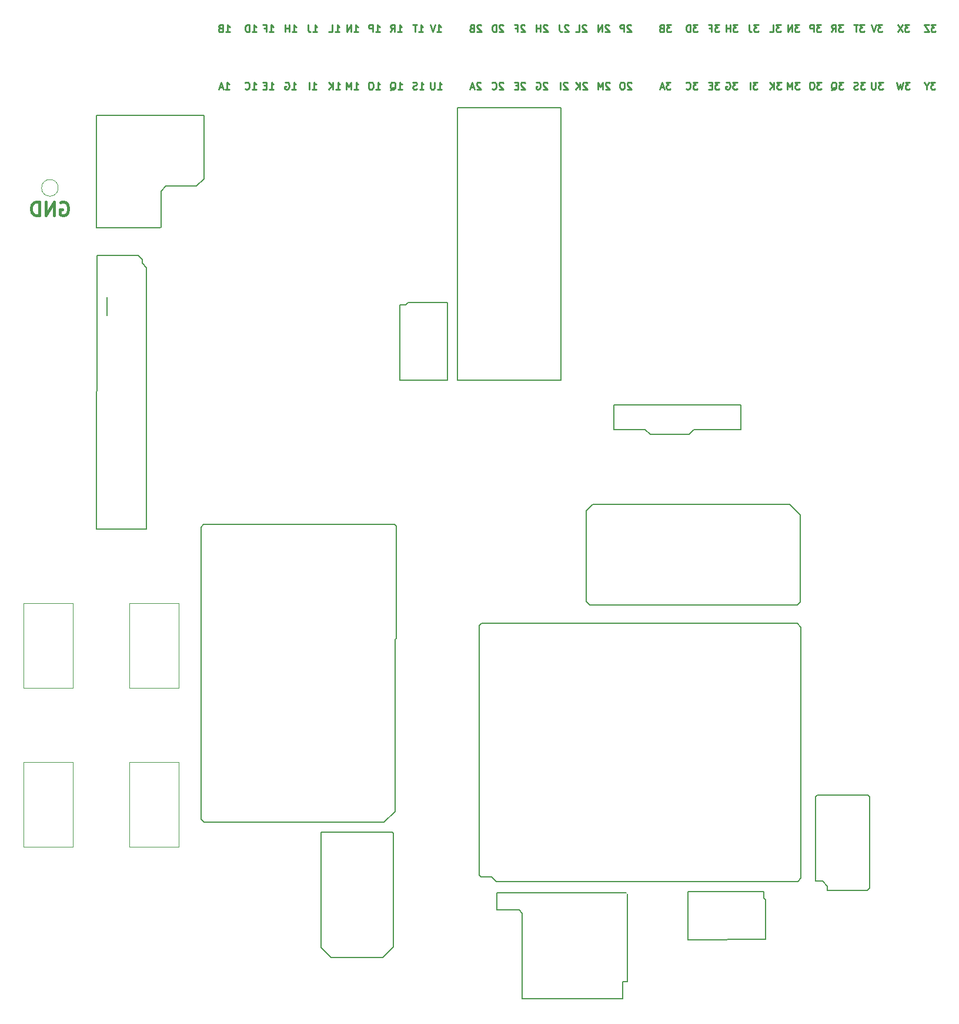
<source format=gbo>
G04 #@! TF.GenerationSoftware,KiCad,Pcbnew,(5.99.0-9713-g2bc22de1a5)*
G04 #@! TF.CreationDate,2021-04-16T09:02:34-04:00*
G04 #@! TF.ProjectId,hellen64_miataNA6_94,68656c6c-656e-4363-945f-6d696174614e,R0.4*
G04 #@! TF.SameCoordinates,PX1406f40PYa852d20*
G04 #@! TF.FileFunction,Legend,Bot*
G04 #@! TF.FilePolarity,Positive*
%FSLAX46Y46*%
G04 Gerber Fmt 4.6, Leading zero omitted, Abs format (unit mm)*
G04 Created by KiCad (PCBNEW (5.99.0-9713-g2bc22de1a5)) date 2021-04-16 09:02:34*
%MOMM*%
%LPD*%
G01*
G04 APERTURE LIST*
%ADD10C,0.223520*%
%ADD11C,0.400000*%
%ADD12C,0.200000*%
%ADD13C,0.120000*%
G04 APERTURE END LIST*
D10*
X39519333Y140985381D02*
X40099904Y140985381D01*
X39809619Y140985381D02*
X39809619Y142001381D01*
X39906380Y141856239D01*
X40003142Y141759477D01*
X40099904Y141711096D01*
X39083904Y141517572D02*
X38745238Y141517572D01*
X38600095Y140985381D02*
X39083904Y140985381D01*
X39083904Y142001381D01*
X38600095Y142001381D01*
X122111666Y150256381D02*
X121482714Y150256381D01*
X121821380Y149869334D01*
X121676238Y149869334D01*
X121579476Y149820953D01*
X121531095Y149772572D01*
X121482714Y149675810D01*
X121482714Y149433905D01*
X121531095Y149337143D01*
X121579476Y149288762D01*
X121676238Y149240381D01*
X121966523Y149240381D01*
X122063285Y149288762D01*
X122111666Y149337143D01*
X120466714Y149240381D02*
X120805380Y149724191D01*
X121047285Y149240381D02*
X121047285Y150256381D01*
X120660238Y150256381D01*
X120563476Y150208000D01*
X120515095Y150159620D01*
X120466714Y150062858D01*
X120466714Y149917715D01*
X120515095Y149820953D01*
X120563476Y149772572D01*
X120660238Y149724191D01*
X121047285Y149724191D01*
X118960857Y142001381D02*
X118331904Y142001381D01*
X118670571Y141614334D01*
X118525428Y141614334D01*
X118428666Y141565953D01*
X118380285Y141517572D01*
X118331904Y141420810D01*
X118331904Y141178905D01*
X118380285Y141082143D01*
X118428666Y141033762D01*
X118525428Y140985381D01*
X118815714Y140985381D01*
X118912476Y141033762D01*
X118960857Y141082143D01*
X117702952Y142001381D02*
X117509428Y142001381D01*
X117412666Y141953000D01*
X117315904Y141856239D01*
X117267523Y141662715D01*
X117267523Y141324048D01*
X117315904Y141130524D01*
X117412666Y141033762D01*
X117509428Y140985381D01*
X117702952Y140985381D01*
X117799714Y141033762D01*
X117896476Y141130524D01*
X117944857Y141324048D01*
X117944857Y141662715D01*
X117896476Y141856239D01*
X117799714Y141953000D01*
X117702952Y142001381D01*
X54831904Y140985381D02*
X55412476Y140985381D01*
X55122190Y140985381D02*
X55122190Y142001381D01*
X55218952Y141856239D01*
X55315714Y141759477D01*
X55412476Y141711096D01*
X54202952Y142001381D02*
X54009428Y142001381D01*
X53912666Y141953000D01*
X53815904Y141856239D01*
X53767523Y141662715D01*
X53767523Y141324048D01*
X53815904Y141130524D01*
X53912666Y141033762D01*
X54009428Y140985381D01*
X54202952Y140985381D01*
X54299714Y141033762D01*
X54396476Y141130524D01*
X54444857Y141324048D01*
X54444857Y141662715D01*
X54396476Y141856239D01*
X54299714Y141953000D01*
X54202952Y142001381D01*
X48995952Y149240381D02*
X49576523Y149240381D01*
X49286238Y149240381D02*
X49286238Y150256381D01*
X49383000Y150111239D01*
X49479761Y150014477D01*
X49576523Y149966096D01*
X48076714Y149240381D02*
X48560523Y149240381D01*
X48560523Y150256381D01*
X109925714Y150256381D02*
X109296761Y150256381D01*
X109635428Y149869334D01*
X109490285Y149869334D01*
X109393523Y149820953D01*
X109345142Y149772572D01*
X109296761Y149675810D01*
X109296761Y149433905D01*
X109345142Y149337143D01*
X109393523Y149288762D01*
X109490285Y149240381D01*
X109780571Y149240381D01*
X109877333Y149288762D01*
X109925714Y149337143D01*
X108571047Y150256381D02*
X108571047Y149530667D01*
X108619428Y149385524D01*
X108716190Y149288762D01*
X108861333Y149240381D01*
X108958095Y149240381D01*
X122135857Y142001381D02*
X121506904Y142001381D01*
X121845571Y141614334D01*
X121700428Y141614334D01*
X121603666Y141565953D01*
X121555285Y141517572D01*
X121506904Y141420810D01*
X121506904Y141178905D01*
X121555285Y141082143D01*
X121603666Y141033762D01*
X121700428Y140985381D01*
X121990714Y140985381D01*
X122087476Y141033762D01*
X122135857Y141082143D01*
X120394142Y140888620D02*
X120490904Y140937000D01*
X120587666Y141033762D01*
X120732809Y141178905D01*
X120829571Y141227286D01*
X120926333Y141227286D01*
X120877952Y140985381D02*
X120974714Y141033762D01*
X121071476Y141130524D01*
X121119857Y141324048D01*
X121119857Y141662715D01*
X121071476Y141856239D01*
X120974714Y141953000D01*
X120877952Y142001381D01*
X120684428Y142001381D01*
X120587666Y141953000D01*
X120490904Y141856239D01*
X120442523Y141662715D01*
X120442523Y141324048D01*
X120490904Y141130524D01*
X120587666Y141033762D01*
X120684428Y140985381D01*
X120877952Y140985381D01*
X37027714Y149240381D02*
X37608285Y149240381D01*
X37318000Y149240381D02*
X37318000Y150256381D01*
X37414761Y150111239D01*
X37511523Y150014477D01*
X37608285Y149966096D01*
X36592285Y149240381D02*
X36592285Y150256381D01*
X36350380Y150256381D01*
X36205238Y150208000D01*
X36108476Y150111239D01*
X36060095Y150014477D01*
X36011714Y149820953D01*
X36011714Y149675810D01*
X36060095Y149482286D01*
X36108476Y149385524D01*
X36205238Y149288762D01*
X36350380Y149240381D01*
X36592285Y149240381D01*
X97346666Y150256381D02*
X96717714Y150256381D01*
X97056380Y149869334D01*
X96911238Y149869334D01*
X96814476Y149820953D01*
X96766095Y149772572D01*
X96717714Y149675810D01*
X96717714Y149433905D01*
X96766095Y149337143D01*
X96814476Y149288762D01*
X96911238Y149240381D01*
X97201523Y149240381D01*
X97298285Y149288762D01*
X97346666Y149337143D01*
X95943619Y149772572D02*
X95798476Y149724191D01*
X95750095Y149675810D01*
X95701714Y149579048D01*
X95701714Y149433905D01*
X95750095Y149337143D01*
X95798476Y149288762D01*
X95895238Y149240381D01*
X96282285Y149240381D01*
X96282285Y150256381D01*
X95943619Y150256381D01*
X95846857Y150208000D01*
X95798476Y150159620D01*
X95750095Y150062858D01*
X95750095Y149966096D01*
X95798476Y149869334D01*
X95846857Y149820953D01*
X95943619Y149772572D01*
X96282285Y149772572D01*
X125262476Y142001381D02*
X124633523Y142001381D01*
X124972190Y141614334D01*
X124827047Y141614334D01*
X124730285Y141565953D01*
X124681904Y141517572D01*
X124633523Y141420810D01*
X124633523Y141178905D01*
X124681904Y141082143D01*
X124730285Y141033762D01*
X124827047Y140985381D01*
X125117333Y140985381D01*
X125214095Y141033762D01*
X125262476Y141082143D01*
X124246476Y141033762D02*
X124101333Y140985381D01*
X123859428Y140985381D01*
X123762666Y141033762D01*
X123714285Y141082143D01*
X123665904Y141178905D01*
X123665904Y141275667D01*
X123714285Y141372429D01*
X123762666Y141420810D01*
X123859428Y141469191D01*
X124052952Y141517572D01*
X124149714Y141565953D01*
X124198095Y141614334D01*
X124246476Y141711096D01*
X124246476Y141807858D01*
X124198095Y141904620D01*
X124149714Y141953000D01*
X124052952Y142001381D01*
X123811047Y142001381D01*
X123665904Y141953000D01*
X131709238Y142001381D02*
X131080285Y142001381D01*
X131418952Y141614334D01*
X131273809Y141614334D01*
X131177047Y141565953D01*
X131128666Y141517572D01*
X131080285Y141420810D01*
X131080285Y141178905D01*
X131128666Y141082143D01*
X131177047Y141033762D01*
X131273809Y140985381D01*
X131564095Y140985381D01*
X131660857Y141033762D01*
X131709238Y141082143D01*
X130741619Y142001381D02*
X130499714Y140985381D01*
X130306190Y141711096D01*
X130112666Y140985381D01*
X129870761Y142001381D01*
X113221666Y142001381D02*
X112592714Y142001381D01*
X112931380Y141614334D01*
X112786238Y141614334D01*
X112689476Y141565953D01*
X112641095Y141517572D01*
X112592714Y141420810D01*
X112592714Y141178905D01*
X112641095Y141082143D01*
X112689476Y141033762D01*
X112786238Y140985381D01*
X113076523Y140985381D01*
X113173285Y141033762D01*
X113221666Y141082143D01*
X112157285Y140985381D02*
X112157285Y142001381D01*
X111576714Y140985381D02*
X112012142Y141565953D01*
X111576714Y142001381D02*
X112157285Y141420810D01*
X79542476Y150159620D02*
X79494095Y150208000D01*
X79397333Y150256381D01*
X79155428Y150256381D01*
X79058666Y150208000D01*
X79010285Y150159620D01*
X78961904Y150062858D01*
X78961904Y149966096D01*
X79010285Y149820953D01*
X79590857Y149240381D01*
X78961904Y149240381D01*
X78526476Y149240381D02*
X78526476Y150256381D01*
X78526476Y149772572D02*
X77945904Y149772572D01*
X77945904Y149240381D02*
X77945904Y150256381D01*
X106871666Y142001381D02*
X106242714Y142001381D01*
X106581380Y141614334D01*
X106436238Y141614334D01*
X106339476Y141565953D01*
X106291095Y141517572D01*
X106242714Y141420810D01*
X106242714Y141178905D01*
X106291095Y141082143D01*
X106339476Y141033762D01*
X106436238Y140985381D01*
X106726523Y140985381D01*
X106823285Y141033762D01*
X106871666Y141082143D01*
X105275095Y141953000D02*
X105371857Y142001381D01*
X105517000Y142001381D01*
X105662142Y141953000D01*
X105758904Y141856239D01*
X105807285Y141759477D01*
X105855666Y141565953D01*
X105855666Y141420810D01*
X105807285Y141227286D01*
X105758904Y141130524D01*
X105662142Y141033762D01*
X105517000Y140985381D01*
X105420238Y140985381D01*
X105275095Y141033762D01*
X105226714Y141082143D01*
X105226714Y141420810D01*
X105420238Y141420810D01*
X61036761Y149240381D02*
X61617333Y149240381D01*
X61327047Y149240381D02*
X61327047Y150256381D01*
X61423809Y150111239D01*
X61520571Y150014477D01*
X61617333Y149966096D01*
X60746476Y150256381D02*
X60165904Y150256381D01*
X60456190Y149240381D02*
X60456190Y150256381D01*
X115834238Y142001381D02*
X115205285Y142001381D01*
X115543952Y141614334D01*
X115398809Y141614334D01*
X115302047Y141565953D01*
X115253666Y141517572D01*
X115205285Y141420810D01*
X115205285Y141178905D01*
X115253666Y141082143D01*
X115302047Y141033762D01*
X115398809Y140985381D01*
X115689095Y140985381D01*
X115785857Y141033762D01*
X115834238Y141082143D01*
X114769857Y140985381D02*
X114769857Y142001381D01*
X114431190Y141275667D01*
X114092523Y142001381D01*
X114092523Y140985381D01*
X109780571Y142001381D02*
X109151619Y142001381D01*
X109490285Y141614334D01*
X109345142Y141614334D01*
X109248380Y141565953D01*
X109200000Y141517572D01*
X109151619Y141420810D01*
X109151619Y141178905D01*
X109200000Y141082143D01*
X109248380Y141033762D01*
X109345142Y140985381D01*
X109635428Y140985381D01*
X109732190Y141033762D01*
X109780571Y141082143D01*
X108716190Y140985381D02*
X108716190Y142001381D01*
X88480857Y141904620D02*
X88432476Y141953000D01*
X88335714Y142001381D01*
X88093809Y142001381D01*
X87997047Y141953000D01*
X87948666Y141904620D01*
X87900285Y141807858D01*
X87900285Y141711096D01*
X87948666Y141565953D01*
X88529238Y140985381D01*
X87900285Y140985381D01*
X87464857Y140985381D02*
X87464857Y142001381D01*
X87126190Y141275667D01*
X86787523Y142001381D01*
X86787523Y140985381D01*
X45796761Y149240381D02*
X46377333Y149240381D01*
X46087047Y149240381D02*
X46087047Y150256381D01*
X46183809Y150111239D01*
X46280571Y150014477D01*
X46377333Y149966096D01*
X45071047Y150256381D02*
X45071047Y149530667D01*
X45119428Y149385524D01*
X45216190Y149288762D01*
X45361333Y149240381D01*
X45458095Y149240381D01*
X106895857Y150256381D02*
X106266904Y150256381D01*
X106605571Y149869334D01*
X106460428Y149869334D01*
X106363666Y149820953D01*
X106315285Y149772572D01*
X106266904Y149675810D01*
X106266904Y149433905D01*
X106315285Y149337143D01*
X106363666Y149288762D01*
X106460428Y149240381D01*
X106750714Y149240381D01*
X106847476Y149288762D01*
X106895857Y149337143D01*
X105831476Y149240381D02*
X105831476Y150256381D01*
X105831476Y149772572D02*
X105250904Y149772572D01*
X105250904Y149240381D02*
X105250904Y150256381D01*
X63721904Y140985381D02*
X64302476Y140985381D01*
X64012190Y140985381D02*
X64012190Y142001381D01*
X64108952Y141856239D01*
X64205714Y141759477D01*
X64302476Y141711096D01*
X63286476Y142001381D02*
X63286476Y141178905D01*
X63238095Y141082143D01*
X63189714Y141033762D01*
X63092952Y140985381D01*
X62899428Y140985381D01*
X62802666Y141033762D01*
X62754285Y141082143D01*
X62705904Y141178905D01*
X62705904Y142001381D01*
X76270714Y150159620D02*
X76222333Y150208000D01*
X76125571Y150256381D01*
X75883666Y150256381D01*
X75786904Y150208000D01*
X75738523Y150159620D01*
X75690142Y150062858D01*
X75690142Y149966096D01*
X75738523Y149820953D01*
X76319095Y149240381D01*
X75690142Y149240381D01*
X74916047Y149772572D02*
X75254714Y149772572D01*
X75254714Y149240381D02*
X75254714Y150256381D01*
X74770904Y150256381D01*
X101156666Y142001381D02*
X100527714Y142001381D01*
X100866380Y141614334D01*
X100721238Y141614334D01*
X100624476Y141565953D01*
X100576095Y141517572D01*
X100527714Y141420810D01*
X100527714Y141178905D01*
X100576095Y141082143D01*
X100624476Y141033762D01*
X100721238Y140985381D01*
X101011523Y140985381D01*
X101108285Y141033762D01*
X101156666Y141082143D01*
X99511714Y141082143D02*
X99560095Y141033762D01*
X99705238Y140985381D01*
X99802000Y140985381D01*
X99947142Y141033762D01*
X100043904Y141130524D01*
X100092285Y141227286D01*
X100140666Y141420810D01*
X100140666Y141565953D01*
X100092285Y141759477D01*
X100043904Y141856239D01*
X99947142Y141953000D01*
X99802000Y142001381D01*
X99705238Y142001381D01*
X99560095Y141953000D01*
X99511714Y141904620D01*
X85136523Y150159620D02*
X85088142Y150208000D01*
X84991380Y150256381D01*
X84749476Y150256381D01*
X84652714Y150208000D01*
X84604333Y150159620D01*
X84555952Y150062858D01*
X84555952Y149966096D01*
X84604333Y149820953D01*
X85184904Y149240381D01*
X84555952Y149240381D01*
X83636714Y149240381D02*
X84120523Y149240381D01*
X84120523Y150256381D01*
X79518285Y141904620D02*
X79469904Y141953000D01*
X79373142Y142001381D01*
X79131238Y142001381D01*
X79034476Y141953000D01*
X78986095Y141904620D01*
X78937714Y141807858D01*
X78937714Y141711096D01*
X78986095Y141565953D01*
X79566666Y140985381D01*
X78937714Y140985381D01*
X77970095Y141953000D02*
X78066857Y142001381D01*
X78212000Y142001381D01*
X78357142Y141953000D01*
X78453904Y141856239D01*
X78502285Y141759477D01*
X78550666Y141565953D01*
X78550666Y141420810D01*
X78502285Y141227286D01*
X78453904Y141130524D01*
X78357142Y141033762D01*
X78212000Y140985381D01*
X78115238Y140985381D01*
X77970095Y141033762D01*
X77921714Y141082143D01*
X77921714Y141420810D01*
X78115238Y141420810D01*
X51656904Y149240381D02*
X52237476Y149240381D01*
X51947190Y149240381D02*
X51947190Y150256381D01*
X52043952Y150111239D01*
X52140714Y150014477D01*
X52237476Y149966096D01*
X51221476Y149240381D02*
X51221476Y150256381D01*
X50640904Y149240381D01*
X50640904Y150256381D01*
X57982714Y149240381D02*
X58563285Y149240381D01*
X58273000Y149240381D02*
X58273000Y150256381D01*
X58369761Y150111239D01*
X58466523Y150014477D01*
X58563285Y149966096D01*
X56966714Y149240381D02*
X57305380Y149724191D01*
X57547285Y149240381D02*
X57547285Y150256381D01*
X57160238Y150256381D01*
X57063476Y150208000D01*
X57015095Y150159620D01*
X56966714Y150062858D01*
X56966714Y149917715D01*
X57015095Y149820953D01*
X57063476Y149772572D01*
X57160238Y149724191D01*
X57547285Y149724191D01*
X61133523Y140985381D02*
X61714095Y140985381D01*
X61423809Y140985381D02*
X61423809Y142001381D01*
X61520571Y141856239D01*
X61617333Y141759477D01*
X61714095Y141711096D01*
X60746476Y141033762D02*
X60601333Y140985381D01*
X60359428Y140985381D01*
X60262666Y141033762D01*
X60214285Y141082143D01*
X60165904Y141178905D01*
X60165904Y141275667D01*
X60214285Y141372429D01*
X60262666Y141420810D01*
X60359428Y141469191D01*
X60552952Y141517572D01*
X60649714Y141565953D01*
X60698095Y141614334D01*
X60746476Y141711096D01*
X60746476Y141807858D01*
X60698095Y141904620D01*
X60649714Y141953000D01*
X60552952Y142001381D01*
X60311047Y142001381D01*
X60165904Y141953000D01*
X58006904Y140985381D02*
X58587476Y140985381D01*
X58297190Y140985381D02*
X58297190Y142001381D01*
X58393952Y141856239D01*
X58490714Y141759477D01*
X58587476Y141711096D01*
X56894142Y140888620D02*
X56990904Y140937000D01*
X57087666Y141033762D01*
X57232809Y141178905D01*
X57329571Y141227286D01*
X57426333Y141227286D01*
X57377952Y140985381D02*
X57474714Y141033762D01*
X57571476Y141130524D01*
X57619857Y141324048D01*
X57619857Y141662715D01*
X57571476Y141856239D01*
X57474714Y141953000D01*
X57377952Y142001381D01*
X57184428Y142001381D01*
X57087666Y141953000D01*
X56990904Y141856239D01*
X56942523Y141662715D01*
X56942523Y141324048D01*
X56990904Y141130524D01*
X57087666Y141033762D01*
X57184428Y140985381D01*
X57377952Y140985381D01*
X69993285Y150159620D02*
X69944904Y150208000D01*
X69848142Y150256381D01*
X69606238Y150256381D01*
X69509476Y150208000D01*
X69461095Y150159620D01*
X69412714Y150062858D01*
X69412714Y149966096D01*
X69461095Y149820953D01*
X70041666Y149240381D01*
X69412714Y149240381D01*
X68638619Y149772572D02*
X68493476Y149724191D01*
X68445095Y149675810D01*
X68396714Y149579048D01*
X68396714Y149433905D01*
X68445095Y149337143D01*
X68493476Y149288762D01*
X68590238Y149240381D01*
X68977285Y149240381D01*
X68977285Y150256381D01*
X68638619Y150256381D01*
X68541857Y150208000D01*
X68493476Y150159620D01*
X68445095Y150062858D01*
X68445095Y149966096D01*
X68493476Y149869334D01*
X68541857Y149820953D01*
X68638619Y149772572D01*
X68977285Y149772572D01*
X127850857Y142001381D02*
X127221904Y142001381D01*
X127560571Y141614334D01*
X127415428Y141614334D01*
X127318666Y141565953D01*
X127270285Y141517572D01*
X127221904Y141420810D01*
X127221904Y141178905D01*
X127270285Y141082143D01*
X127318666Y141033762D01*
X127415428Y140985381D01*
X127705714Y140985381D01*
X127802476Y141033762D01*
X127850857Y141082143D01*
X126786476Y142001381D02*
X126786476Y141178905D01*
X126738095Y141082143D01*
X126689714Y141033762D01*
X126592952Y140985381D01*
X126399428Y140985381D01*
X126302666Y141033762D01*
X126254285Y141082143D01*
X126205904Y141178905D01*
X126205904Y142001381D01*
X39495142Y149240381D02*
X40075714Y149240381D01*
X39785428Y149240381D02*
X39785428Y150256381D01*
X39882190Y150111239D01*
X39978952Y150014477D01*
X40075714Y149966096D01*
X38721047Y149772572D02*
X39059714Y149772572D01*
X39059714Y149240381D02*
X39059714Y150256381D01*
X38575904Y150256381D01*
X63625142Y149240381D02*
X64205714Y149240381D01*
X63915428Y149240381D02*
X63915428Y150256381D01*
X64012190Y150111239D01*
X64108952Y150014477D01*
X64205714Y149966096D01*
X63334857Y150256381D02*
X62996190Y149240381D01*
X62657523Y150256381D01*
X91607476Y141904620D02*
X91559095Y141953000D01*
X91462333Y142001381D01*
X91220428Y142001381D01*
X91123666Y141953000D01*
X91075285Y141904620D01*
X91026904Y141807858D01*
X91026904Y141711096D01*
X91075285Y141565953D01*
X91655857Y140985381D01*
X91026904Y140985381D01*
X90397952Y142001381D02*
X90204428Y142001381D01*
X90107666Y141953000D01*
X90010904Y141856239D01*
X89962523Y141662715D01*
X89962523Y141324048D01*
X90010904Y141130524D01*
X90107666Y141033762D01*
X90204428Y140985381D01*
X90397952Y140985381D01*
X90494714Y141033762D01*
X90591476Y141130524D01*
X90639857Y141324048D01*
X90639857Y141662715D01*
X90591476Y141856239D01*
X90494714Y141953000D01*
X90397952Y142001381D01*
X88432476Y150159620D02*
X88384095Y150208000D01*
X88287333Y150256381D01*
X88045428Y150256381D01*
X87948666Y150208000D01*
X87900285Y150159620D01*
X87851904Y150062858D01*
X87851904Y149966096D01*
X87900285Y149820953D01*
X88480857Y149240381D01*
X87851904Y149240381D01*
X87416476Y149240381D02*
X87416476Y150256381D01*
X86835904Y149240381D01*
X86835904Y150256381D01*
X113124904Y150256381D02*
X112495952Y150256381D01*
X112834619Y149869334D01*
X112689476Y149869334D01*
X112592714Y149820953D01*
X112544333Y149772572D01*
X112495952Y149675810D01*
X112495952Y149433905D01*
X112544333Y149337143D01*
X112592714Y149288762D01*
X112689476Y149240381D01*
X112979761Y149240381D01*
X113076523Y149288762D01*
X113124904Y149337143D01*
X111576714Y149240381D02*
X112060523Y149240381D01*
X112060523Y150256381D01*
X82572333Y150159620D02*
X82523952Y150208000D01*
X82427190Y150256381D01*
X82185285Y150256381D01*
X82088523Y150208000D01*
X82040142Y150159620D01*
X81991761Y150062858D01*
X81991761Y149966096D01*
X82040142Y149820953D01*
X82620714Y149240381D01*
X81991761Y149240381D01*
X81266047Y150256381D02*
X81266047Y149530667D01*
X81314428Y149385524D01*
X81411190Y149288762D01*
X81556333Y149240381D01*
X81653095Y149240381D01*
X85233285Y141904620D02*
X85184904Y141953000D01*
X85088142Y142001381D01*
X84846238Y142001381D01*
X84749476Y141953000D01*
X84701095Y141904620D01*
X84652714Y141807858D01*
X84652714Y141711096D01*
X84701095Y141565953D01*
X85281666Y140985381D01*
X84652714Y140985381D01*
X84217285Y140985381D02*
X84217285Y142001381D01*
X83636714Y140985381D02*
X84072142Y141565953D01*
X83636714Y142001381D02*
X84217285Y141420810D01*
X135374095Y142001381D02*
X134745142Y142001381D01*
X135083809Y141614334D01*
X134938666Y141614334D01*
X134841904Y141565953D01*
X134793523Y141517572D01*
X134745142Y141420810D01*
X134745142Y141178905D01*
X134793523Y141082143D01*
X134841904Y141033762D01*
X134938666Y140985381D01*
X135228952Y140985381D01*
X135325714Y141033762D01*
X135374095Y141082143D01*
X134116190Y141469191D02*
X134116190Y140985381D01*
X134454857Y142001381D02*
X134116190Y141469191D01*
X133777523Y142001381D01*
X37027714Y140985381D02*
X37608285Y140985381D01*
X37318000Y140985381D02*
X37318000Y142001381D01*
X37414761Y141856239D01*
X37511523Y141759477D01*
X37608285Y141711096D01*
X36011714Y141082143D02*
X36060095Y141033762D01*
X36205238Y140985381D01*
X36302000Y140985381D01*
X36447142Y141033762D01*
X36543904Y141130524D01*
X36592285Y141227286D01*
X36640666Y141420810D01*
X36640666Y141565953D01*
X36592285Y141759477D01*
X36543904Y141856239D01*
X36447142Y141953000D01*
X36302000Y142001381D01*
X36205238Y142001381D01*
X36060095Y141953000D01*
X36011714Y141904620D01*
X73168285Y141904620D02*
X73119904Y141953000D01*
X73023142Y142001381D01*
X72781238Y142001381D01*
X72684476Y141953000D01*
X72636095Y141904620D01*
X72587714Y141807858D01*
X72587714Y141711096D01*
X72636095Y141565953D01*
X73216666Y140985381D01*
X72587714Y140985381D01*
X71571714Y141082143D02*
X71620095Y141033762D01*
X71765238Y140985381D01*
X71862000Y140985381D01*
X72007142Y141033762D01*
X72103904Y141130524D01*
X72152285Y141227286D01*
X72200666Y141420810D01*
X72200666Y141565953D01*
X72152285Y141759477D01*
X72103904Y141856239D01*
X72007142Y141953000D01*
X71862000Y142001381D01*
X71765238Y142001381D01*
X71620095Y141953000D01*
X71571714Y141904620D01*
X49092714Y140985381D02*
X49673285Y140985381D01*
X49383000Y140985381D02*
X49383000Y142001381D01*
X49479761Y141856239D01*
X49576523Y141759477D01*
X49673285Y141711096D01*
X48657285Y140985381D02*
X48657285Y142001381D01*
X48076714Y140985381D02*
X48512142Y141565953D01*
X48076714Y142001381D02*
X48657285Y141420810D01*
X115785857Y150256381D02*
X115156904Y150256381D01*
X115495571Y149869334D01*
X115350428Y149869334D01*
X115253666Y149820953D01*
X115205285Y149772572D01*
X115156904Y149675810D01*
X115156904Y149433905D01*
X115205285Y149337143D01*
X115253666Y149288762D01*
X115350428Y149240381D01*
X115640714Y149240381D01*
X115737476Y149288762D01*
X115785857Y149337143D01*
X114721476Y149240381D02*
X114721476Y150256381D01*
X114140904Y149240381D01*
X114140904Y150256381D01*
X33145142Y140985381D02*
X33725714Y140985381D01*
X33435428Y140985381D02*
X33435428Y142001381D01*
X33532190Y141856239D01*
X33628952Y141759477D01*
X33725714Y141711096D01*
X32758095Y141275667D02*
X32274285Y141275667D01*
X32854857Y140985381D02*
X32516190Y142001381D01*
X32177523Y140985381D01*
D11*
X9423809Y124700000D02*
X9614285Y124795239D01*
X9900000Y124795239D01*
X10185714Y124700000D01*
X10376190Y124509524D01*
X10471428Y124319048D01*
X10566666Y123938096D01*
X10566666Y123652381D01*
X10471428Y123271429D01*
X10376190Y123080953D01*
X10185714Y122890477D01*
X9900000Y122795239D01*
X9709523Y122795239D01*
X9423809Y122890477D01*
X9328571Y122985715D01*
X9328571Y123652381D01*
X9709523Y123652381D01*
X8471428Y122795239D02*
X8471428Y124795239D01*
X7328571Y122795239D01*
X7328571Y124795239D01*
X6376190Y122795239D02*
X6376190Y124795239D01*
X5900000Y124795239D01*
X5614285Y124700000D01*
X5423809Y124509524D01*
X5328571Y124319048D01*
X5233333Y123938096D01*
X5233333Y123652381D01*
X5328571Y123271429D01*
X5423809Y123080953D01*
X5614285Y122890477D01*
X5900000Y122795239D01*
X6376190Y122795239D01*
D10*
X45651619Y140985381D02*
X46232190Y140985381D01*
X45941904Y140985381D02*
X45941904Y142001381D01*
X46038666Y141856239D01*
X46135428Y141759477D01*
X46232190Y141711096D01*
X45216190Y140985381D02*
X45216190Y142001381D01*
X69920714Y141904620D02*
X69872333Y141953000D01*
X69775571Y142001381D01*
X69533666Y142001381D01*
X69436904Y141953000D01*
X69388523Y141904620D01*
X69340142Y141807858D01*
X69340142Y141711096D01*
X69388523Y141565953D01*
X69969095Y140985381D01*
X69340142Y140985381D01*
X68953095Y141275667D02*
X68469285Y141275667D01*
X69049857Y140985381D02*
X68711190Y142001381D01*
X68372523Y140985381D01*
X118936666Y150256381D02*
X118307714Y150256381D01*
X118646380Y149869334D01*
X118501238Y149869334D01*
X118404476Y149820953D01*
X118356095Y149772572D01*
X118307714Y149675810D01*
X118307714Y149433905D01*
X118356095Y149337143D01*
X118404476Y149288762D01*
X118501238Y149240381D01*
X118791523Y149240381D01*
X118888285Y149288762D01*
X118936666Y149337143D01*
X117872285Y149240381D02*
X117872285Y150256381D01*
X117485238Y150256381D01*
X117388476Y150208000D01*
X117340095Y150159620D01*
X117291714Y150062858D01*
X117291714Y149917715D01*
X117340095Y149820953D01*
X117388476Y149772572D01*
X117485238Y149724191D01*
X117872285Y149724191D01*
X101156666Y150256381D02*
X100527714Y150256381D01*
X100866380Y149869334D01*
X100721238Y149869334D01*
X100624476Y149820953D01*
X100576095Y149772572D01*
X100527714Y149675810D01*
X100527714Y149433905D01*
X100576095Y149337143D01*
X100624476Y149288762D01*
X100721238Y149240381D01*
X101011523Y149240381D01*
X101108285Y149288762D01*
X101156666Y149337143D01*
X100092285Y149240381D02*
X100092285Y150256381D01*
X99850380Y150256381D01*
X99705238Y150208000D01*
X99608476Y150111239D01*
X99560095Y150014477D01*
X99511714Y149820953D01*
X99511714Y149675810D01*
X99560095Y149482286D01*
X99608476Y149385524D01*
X99705238Y149288762D01*
X99850380Y149240381D01*
X100092285Y149240381D01*
X91583285Y150159620D02*
X91534904Y150208000D01*
X91438142Y150256381D01*
X91196238Y150256381D01*
X91099476Y150208000D01*
X91051095Y150159620D01*
X91002714Y150062858D01*
X91002714Y149966096D01*
X91051095Y149820953D01*
X91631666Y149240381D01*
X91002714Y149240381D01*
X90567285Y149240381D02*
X90567285Y150256381D01*
X90180238Y150256381D01*
X90083476Y150208000D01*
X90035095Y150159620D01*
X89986714Y150062858D01*
X89986714Y149917715D01*
X90035095Y149820953D01*
X90083476Y149772572D01*
X90180238Y149724191D01*
X90567285Y149724191D01*
X54807714Y149240381D02*
X55388285Y149240381D01*
X55098000Y149240381D02*
X55098000Y150256381D01*
X55194761Y150111239D01*
X55291523Y150014477D01*
X55388285Y149966096D01*
X54372285Y149240381D02*
X54372285Y150256381D01*
X53985238Y150256381D01*
X53888476Y150208000D01*
X53840095Y150159620D01*
X53791714Y150062858D01*
X53791714Y149917715D01*
X53840095Y149820953D01*
X53888476Y149772572D01*
X53985238Y149724191D01*
X54372285Y149724191D01*
X51705285Y140985381D02*
X52285857Y140985381D01*
X51995571Y140985381D02*
X51995571Y142001381D01*
X52092333Y141856239D01*
X52189095Y141759477D01*
X52285857Y141711096D01*
X51269857Y140985381D02*
X51269857Y142001381D01*
X50931190Y141275667D01*
X50592523Y142001381D01*
X50592523Y140985381D01*
X82427190Y141904620D02*
X82378809Y141953000D01*
X82282047Y142001381D01*
X82040142Y142001381D01*
X81943380Y141953000D01*
X81895000Y141904620D01*
X81846619Y141807858D01*
X81846619Y141711096D01*
X81895000Y141565953D01*
X82475571Y140985381D01*
X81846619Y140985381D01*
X81411190Y140985381D02*
X81411190Y142001381D01*
X97274095Y142001381D02*
X96645142Y142001381D01*
X96983809Y141614334D01*
X96838666Y141614334D01*
X96741904Y141565953D01*
X96693523Y141517572D01*
X96645142Y141420810D01*
X96645142Y141178905D01*
X96693523Y141082143D01*
X96741904Y141033762D01*
X96838666Y140985381D01*
X97128952Y140985381D01*
X97225714Y141033762D01*
X97274095Y141082143D01*
X96258095Y141275667D02*
X95774285Y141275667D01*
X96354857Y140985381D02*
X96016190Y142001381D01*
X95677523Y140985381D01*
X135422476Y150256381D02*
X134793523Y150256381D01*
X135132190Y149869334D01*
X134987047Y149869334D01*
X134890285Y149820953D01*
X134841904Y149772572D01*
X134793523Y149675810D01*
X134793523Y149433905D01*
X134841904Y149337143D01*
X134890285Y149288762D01*
X134987047Y149240381D01*
X135277333Y149240381D01*
X135374095Y149288762D01*
X135422476Y149337143D01*
X134454857Y150256381D02*
X133777523Y150256381D01*
X134454857Y149240381D01*
X133777523Y149240381D01*
X76294904Y141904620D02*
X76246523Y141953000D01*
X76149761Y142001381D01*
X75907857Y142001381D01*
X75811095Y141953000D01*
X75762714Y141904620D01*
X75714333Y141807858D01*
X75714333Y141711096D01*
X75762714Y141565953D01*
X76343285Y140985381D01*
X75714333Y140985381D01*
X75278904Y141517572D02*
X74940238Y141517572D01*
X74795095Y140985381D02*
X75278904Y140985381D01*
X75278904Y142001381D01*
X74795095Y142001381D01*
X125165714Y150256381D02*
X124536761Y150256381D01*
X124875428Y149869334D01*
X124730285Y149869334D01*
X124633523Y149820953D01*
X124585142Y149772572D01*
X124536761Y149675810D01*
X124536761Y149433905D01*
X124585142Y149337143D01*
X124633523Y149288762D01*
X124730285Y149240381D01*
X125020571Y149240381D01*
X125117333Y149288762D01*
X125165714Y149337143D01*
X124246476Y150256381D02*
X123665904Y150256381D01*
X123956190Y149240381D02*
X123956190Y150256381D01*
X104283285Y142001381D02*
X103654333Y142001381D01*
X103993000Y141614334D01*
X103847857Y141614334D01*
X103751095Y141565953D01*
X103702714Y141517572D01*
X103654333Y141420810D01*
X103654333Y141178905D01*
X103702714Y141082143D01*
X103751095Y141033762D01*
X103847857Y140985381D01*
X104138142Y140985381D01*
X104234904Y141033762D01*
X104283285Y141082143D01*
X103218904Y141517572D02*
X102880238Y141517572D01*
X102735095Y140985381D02*
X103218904Y140985381D01*
X103218904Y142001381D01*
X102735095Y142001381D01*
X131612476Y150256381D02*
X130983523Y150256381D01*
X131322190Y149869334D01*
X131177047Y149869334D01*
X131080285Y149820953D01*
X131031904Y149772572D01*
X130983523Y149675810D01*
X130983523Y149433905D01*
X131031904Y149337143D01*
X131080285Y149288762D01*
X131177047Y149240381D01*
X131467333Y149240381D01*
X131564095Y149288762D01*
X131612476Y149337143D01*
X130644857Y150256381D02*
X129967523Y149240381D01*
X129967523Y150256381D02*
X130644857Y149240381D01*
X42766904Y149240381D02*
X43347476Y149240381D01*
X43057190Y149240381D02*
X43057190Y150256381D01*
X43153952Y150111239D01*
X43250714Y150014477D01*
X43347476Y149966096D01*
X42331476Y149240381D02*
X42331476Y150256381D01*
X42331476Y149772572D02*
X41750904Y149772572D01*
X41750904Y149240381D02*
X41750904Y150256381D01*
X104259095Y150256381D02*
X103630142Y150256381D01*
X103968809Y149869334D01*
X103823666Y149869334D01*
X103726904Y149820953D01*
X103678523Y149772572D01*
X103630142Y149675810D01*
X103630142Y149433905D01*
X103678523Y149337143D01*
X103726904Y149288762D01*
X103823666Y149240381D01*
X104113952Y149240381D01*
X104210714Y149288762D01*
X104259095Y149337143D01*
X102856047Y149772572D02*
X103194714Y149772572D01*
X103194714Y149240381D02*
X103194714Y150256381D01*
X102710904Y150256381D01*
X127754095Y150256381D02*
X127125142Y150256381D01*
X127463809Y149869334D01*
X127318666Y149869334D01*
X127221904Y149820953D01*
X127173523Y149772572D01*
X127125142Y149675810D01*
X127125142Y149433905D01*
X127173523Y149337143D01*
X127221904Y149288762D01*
X127318666Y149240381D01*
X127608952Y149240381D01*
X127705714Y149288762D01*
X127754095Y149337143D01*
X126834857Y150256381D02*
X126496190Y149240381D01*
X126157523Y150256381D01*
X73168285Y150159620D02*
X73119904Y150208000D01*
X73023142Y150256381D01*
X72781238Y150256381D01*
X72684476Y150208000D01*
X72636095Y150159620D01*
X72587714Y150062858D01*
X72587714Y149966096D01*
X72636095Y149820953D01*
X73216666Y149240381D01*
X72587714Y149240381D01*
X72152285Y149240381D02*
X72152285Y150256381D01*
X71910380Y150256381D01*
X71765238Y150208000D01*
X71668476Y150111239D01*
X71620095Y150014477D01*
X71571714Y149820953D01*
X71571714Y149675810D01*
X71620095Y149482286D01*
X71668476Y149385524D01*
X71765238Y149288762D01*
X71910380Y149240381D01*
X72152285Y149240381D01*
X33217714Y149240381D02*
X33798285Y149240381D01*
X33508000Y149240381D02*
X33508000Y150256381D01*
X33604761Y150111239D01*
X33701523Y150014477D01*
X33798285Y149966096D01*
X32443619Y149772572D02*
X32298476Y149724191D01*
X32250095Y149675810D01*
X32201714Y149579048D01*
X32201714Y149433905D01*
X32250095Y149337143D01*
X32298476Y149288762D01*
X32395238Y149240381D01*
X32782285Y149240381D01*
X32782285Y150256381D01*
X32443619Y150256381D01*
X32346857Y150208000D01*
X32298476Y150159620D01*
X32250095Y150062858D01*
X32250095Y149966096D01*
X32298476Y149869334D01*
X32346857Y149820953D01*
X32443619Y149772572D01*
X32782285Y149772572D01*
X42742714Y140985381D02*
X43323285Y140985381D01*
X43033000Y140985381D02*
X43033000Y142001381D01*
X43129761Y141856239D01*
X43226523Y141759477D01*
X43323285Y141711096D01*
X41775095Y141953000D02*
X41871857Y142001381D01*
X42017000Y142001381D01*
X42162142Y141953000D01*
X42258904Y141856239D01*
X42307285Y141759477D01*
X42355666Y141565953D01*
X42355666Y141420810D01*
X42307285Y141227286D01*
X42258904Y141130524D01*
X42162142Y141033762D01*
X42017000Y140985381D01*
X41920238Y140985381D01*
X41775095Y141033762D01*
X41726714Y141082143D01*
X41726714Y141420810D01*
X41920238Y141420810D01*
D12*
G04 #@! TO.C,M4*
X75891859Y10114690D02*
X90343217Y10114690D01*
X90343217Y10114693D02*
X90343217Y12625081D01*
X91091861Y12625081D02*
X91091861Y25189689D01*
X72241861Y22889694D02*
X72241861Y25389691D01*
X72241861Y22889694D02*
X75441857Y22889694D01*
X75891859Y10114690D02*
X75891859Y22439692D01*
X72241861Y25389691D02*
X90891859Y25389691D01*
X90343217Y12625081D02*
X91091861Y12625081D01*
X75441857Y22889694D02*
X75891859Y22439692D01*
G04 #@! TO.C,M9*
X107409785Y95613404D02*
X89134785Y95613404D01*
X100659786Y92038405D02*
X99934786Y91313405D01*
X89134785Y95613404D02*
X89134785Y92038405D01*
X107409785Y95613404D02*
X107409785Y92038405D01*
X107409785Y92038405D02*
X100659786Y92038405D01*
X94334782Y91313405D02*
X93609782Y92038405D01*
X93609782Y92038405D02*
X89134785Y92038405D01*
X99934786Y91313405D02*
X94334782Y91313405D01*
D13*
G04 #@! TO.C,G4*
X19304000Y67056000D02*
X26416000Y67056000D01*
X26416000Y67056000D02*
X26416000Y54864000D01*
X26416000Y54864000D02*
X19304000Y54864000D01*
X19304000Y54864000D02*
X19304000Y67056000D01*
D12*
G04 #@! TO.C,M5*
X57613316Y61837664D02*
X57613316Y37087665D01*
X30021286Y78345635D02*
X29638315Y77962664D01*
X29638315Y77962664D02*
X29638315Y35987665D01*
X30113315Y35512665D02*
X29638315Y35987665D01*
X57613316Y37087665D02*
X56038315Y35512665D01*
X57748861Y78102120D02*
X57748861Y61973209D01*
X56038315Y35512665D02*
X30113315Y35512665D01*
X57748861Y61973209D02*
X57613316Y61837664D01*
X57505346Y78345635D02*
X30021286Y78345635D01*
X57748861Y78102120D02*
X57505346Y78345635D01*
G04 #@! TO.C,M8*
X59432368Y110269562D02*
X59157362Y109994558D01*
X58282363Y109938356D02*
X58282363Y99094562D01*
X59432368Y110269562D02*
X65130190Y110269562D01*
X65130190Y110269562D02*
X65169037Y99094562D01*
X58332363Y109994558D02*
X58282363Y109938356D01*
X58332363Y109994558D02*
X59157362Y109994558D01*
X58276160Y99094562D02*
X65169037Y99094562D01*
D13*
G04 #@! TO.C,G6*
X4064000Y67056000D02*
X11176000Y67056000D01*
X11176000Y67056000D02*
X11176000Y54864000D01*
X11176000Y54864000D02*
X4064000Y54864000D01*
X4064000Y54864000D02*
X4064000Y67056000D01*
D12*
G04 #@! TO.C,M7*
X46927363Y34095801D02*
X46953769Y34122207D01*
X46927365Y17538793D02*
X46927363Y34095801D01*
X57328414Y17614843D02*
X57328414Y33962743D01*
X57328414Y33962743D02*
X57194353Y34096804D01*
X57194353Y34096804D02*
X46953769Y34122207D01*
X55802364Y16088793D02*
X48377365Y16088793D01*
X55802364Y16088793D02*
X57328414Y17614843D01*
X48377365Y16088793D02*
X46927365Y17538793D01*
G04 #@! TO.C,M1*
X85635960Y66804681D02*
X85135960Y67304681D01*
X115935958Y79729684D02*
X114385958Y81279684D01*
X115535953Y66804678D02*
X85635960Y66804681D01*
X86060958Y81279684D02*
X85135960Y80354687D01*
X115935958Y67204683D02*
X115535953Y66804678D01*
X114385958Y81279684D02*
X86055960Y81279684D01*
X85135960Y80354687D02*
X85135960Y67304681D01*
X115935958Y79729684D02*
X115935958Y67204683D01*
G04 #@! TO.C,M3*
X71491861Y27708503D02*
X69966859Y27708503D01*
X70085086Y64157510D02*
X69742651Y63815075D01*
X116066864Y27496141D02*
X115579227Y27008503D01*
X116066864Y27496141D02*
X116066861Y63588426D01*
X72191859Y27008503D02*
X71491861Y27708503D01*
X69742659Y27932703D02*
X69742651Y63815075D01*
X116066861Y63588426D02*
X115497772Y64157515D01*
X115497772Y64157515D02*
X70085086Y64157510D01*
X69966859Y27708503D02*
X69742659Y27932703D01*
X115579227Y27008503D02*
X72191859Y27008503D01*
G04 #@! TO.C,M10*
X29026710Y127053864D02*
X24626708Y127053864D01*
X30101709Y128128863D02*
X30101709Y137203864D01*
X14576708Y121028865D02*
X14576708Y137203864D01*
X23876745Y126303901D02*
X24626708Y127053864D01*
X29026710Y127053864D02*
X30101709Y128128863D01*
X30101709Y137203864D02*
X14576708Y137203864D01*
X23751711Y121028865D02*
X23876745Y121153899D01*
X23751711Y121028865D02*
X14576708Y121028865D01*
X23876745Y121153899D02*
X23876745Y126303901D01*
D13*
G04 #@! TO.C,G7*
X19304000Y44196000D02*
X26416000Y44196000D01*
X26416000Y44196000D02*
X26416000Y32004000D01*
X26416000Y32004000D02*
X19304000Y32004000D01*
X19304000Y32004000D02*
X19304000Y44196000D01*
D12*
G04 #@! TO.C,M12*
X66625700Y138307060D02*
X81525700Y138307060D01*
X81525700Y138307060D02*
X81525700Y99157060D01*
X81525700Y99157060D02*
X66625700Y99157060D01*
X66625700Y99157060D02*
X66625700Y138307060D01*
D13*
G04 #@! TO.C,G5*
X4064000Y44196000D02*
X11176000Y44196000D01*
X11176000Y44196000D02*
X11176000Y32004000D01*
X11176000Y32004000D02*
X4064000Y32004000D01*
X4064000Y32004000D02*
X4064000Y44196000D01*
D12*
G04 #@! TO.C,M6*
X110716857Y25473217D02*
X110660655Y25523217D01*
X110991861Y18675390D02*
X99816861Y18636543D01*
X110991861Y24373212D02*
X110991861Y18675390D01*
X110660655Y25523217D02*
X99816861Y25523217D01*
X110716857Y25473217D02*
X110716857Y24648218D01*
X110991861Y24373212D02*
X110716857Y24648218D01*
X99816861Y25529420D02*
X99816861Y18636543D01*
G04 #@! TO.C,M2*
X125974470Y39166355D02*
X125724470Y39416354D01*
X125612822Y25743026D02*
X119874472Y25743026D01*
X119124471Y27091736D02*
X118124470Y27091736D01*
X119874472Y26341735D02*
X119874472Y25743026D01*
X118124470Y39166736D02*
X118124470Y27091736D01*
X125974470Y39166355D02*
X125974470Y26104674D01*
X125724470Y39416354D02*
X118374089Y39416354D01*
X119874472Y26341735D02*
X119124471Y27091736D01*
X118374089Y39416354D02*
X118124470Y39166736D01*
X125974470Y26104674D02*
X125612822Y25743026D01*
G04 #@! TO.C,M11*
X21823460Y77687499D02*
X21823460Y115337497D01*
X16098455Y108462502D02*
X16098455Y111087503D01*
X21823460Y77687499D02*
X14573640Y77687499D01*
X21223459Y116462491D02*
X20573453Y117112497D01*
X14573640Y77687499D02*
X14648118Y117112497D01*
X21223459Y115937499D02*
X21223459Y116462491D01*
X21823460Y115337497D02*
X21223459Y115937499D01*
X20573453Y117112497D02*
X14648118Y117112497D01*
D13*
G04 #@! TO.C,J24*
X9100000Y126800000D02*
G75*
G03*
X9100000Y126800000I-1200000J0D01*
G01*
G04 #@! TD*
M02*

</source>
